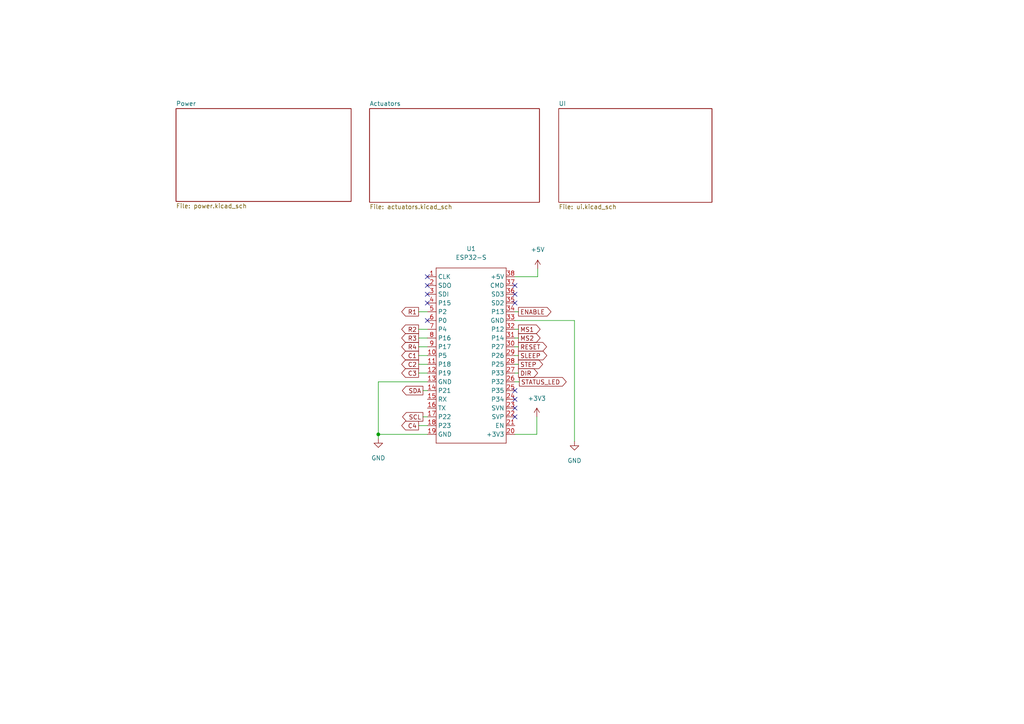
<source format=kicad_sch>
(kicad_sch (version 20211123) (generator eeschema)
  (paper "A4")
  (lib_symbols
    (symbol "Userlibrary:ESP32-S"
      (property "Reference" "U" (at 0 0 0))
      (property "Value" "ESP32-S" (at 0 0 0))
      (symbol "ESP32-S_0_1"
        (polyline (pts (xy -10.16 -25.4) (xy 10.16 -25.4)))
        (polyline (pts (xy -10.16 -22.86) (xy -10.16 -25.4)))
        (polyline (pts (xy -10.16 -22.86) (xy -10.16 25.4)))
        (polyline (pts (xy 10.16 -25.4) (xy 10.16 25.4)))
        (polyline (pts (xy 10.16 25.4) (xy -10.16 25.4)))
      )
      (symbol "ESP32-S_1_1"
        (pin input line (at -12.7 22.86 0) (length 2.54) (name "CLK") (number "1"))
        (pin bidirectional line (at -12.7 0 0) (length 2.54) (name "P5") (number "10"))
        (pin bidirectional line (at -12.7 -2.54 0) (length 2.54) (name "P18") (number "11"))
        (pin bidirectional line (at -12.7 -5.08 0) (length 2.54) (name "P19") (number "12"))
        (pin power_in line (at -12.7 -7.62 0) (length 2.54) (name "GND") (number "13"))
        (pin input line (at -12.7 -10.16 0) (length 2.54) (name "P21") (number "14"))
        (pin input line (at -12.7 -12.7 0) (length 2.54) (name "RX") (number "15"))
        (pin input line (at -12.7 -15.24 0) (length 2.54) (name "TX") (number "16"))
        (pin input line (at -12.7 -17.78 0) (length 2.54) (name "P22") (number "17"))
        (pin bidirectional line (at -12.7 -20.32 0) (length 2.54) (name "P23") (number "18"))
        (pin power_in line (at -12.7 -22.86 0) (length 2.54) (name "GND") (number "19"))
        (pin input line (at -12.7 20.32 0) (length 2.54) (name "SDO") (number "2"))
        (pin power_out line (at 12.7 -22.86 180) (length 2.54) (name "+3V3") (number "20"))
        (pin input line (at 12.7 -20.32 180) (length 2.54) (name "EN") (number "21"))
        (pin input line (at 12.7 -17.78 180) (length 2.54) (name "SVP") (number "22"))
        (pin input line (at 12.7 -15.24 180) (length 2.54) (name "SVN") (number "23"))
        (pin bidirectional line (at 12.7 -12.7 180) (length 2.54) (name "P34") (number "24"))
        (pin bidirectional line (at 12.7 -10.16 180) (length 2.54) (name "P35") (number "25"))
        (pin bidirectional line (at 12.7 -7.62 180) (length 2.54) (name "P32") (number "26"))
        (pin bidirectional line (at 12.7 -5.08 180) (length 2.54) (name "P33") (number "27"))
        (pin bidirectional line (at 12.7 -2.54 180) (length 2.54) (name "P25") (number "28"))
        (pin bidirectional line (at 12.7 0 180) (length 2.54) (name "P26") (number "29"))
        (pin input line (at -12.7 17.78 0) (length 2.54) (name "SDI") (number "3"))
        (pin bidirectional line (at 12.7 2.54 180) (length 2.54) (name "P27") (number "30"))
        (pin bidirectional line (at 12.7 5.08 180) (length 2.54) (name "P14") (number "31"))
        (pin bidirectional line (at 12.7 7.62 180) (length 2.54) (name "P12") (number "32"))
        (pin power_in line (at 12.7 10.16 180) (length 2.54) (name "GND") (number "33"))
        (pin bidirectional line (at 12.7 12.7 180) (length 2.54) (name "P13") (number "34"))
        (pin input line (at 12.7 15.24 180) (length 2.54) (name "SD2") (number "35"))
        (pin input line (at 12.7 17.78 180) (length 2.54) (name "SD3") (number "36"))
        (pin input line (at 12.7 20.32 180) (length 2.54) (name "CMD") (number "37"))
        (pin power_in line (at 12.7 22.86 180) (length 2.54) (name "+5V") (number "38"))
        (pin bidirectional line (at -12.7 15.24 0) (length 2.54) (name "P15") (number "4"))
        (pin bidirectional line (at -12.7 12.7 0) (length 2.54) (name "P2") (number "5"))
        (pin input line (at -12.7 10.16 0) (length 2.54) (name "P0") (number "6"))
        (pin bidirectional line (at -12.7 7.62 0) (length 2.54) (name "P4") (number "7"))
        (pin bidirectional line (at -12.7 5.08 0) (length 2.54) (name "P16") (number "8"))
        (pin bidirectional line (at -12.7 2.54 0) (length 2.54) (name "P17") (number "9"))
      )
    )
    (symbol "power:+3V3" (power) (pin_names (offset 0))
      (property "Value" "+3V3" (at 0 3.556 0))
      (symbol "+3V3_0_1"
        (polyline (pts (xy -0.762 1.27) (xy 0 2.54)))
        (polyline (pts (xy 0 0) (xy 0 2.54)))
        (polyline (pts (xy 0 2.54) (xy 0.762 1.27)))
      )
      (symbol "+3V3_1_1"
        (pin power_in line (at 0 0 90) (length 0) hide (name "+3V3") (number "1"))
      )
    )
    (symbol "power:+5V" (power) (pin_names (offset 0))
      (property "Value" "+5V" (at 0 3.556 0))
      (symbol "+5V_0_1"
        (polyline (pts (xy -0.762 1.27) (xy 0 2.54)))
        (polyline (pts (xy 0 0) (xy 0 2.54)))
        (polyline (pts (xy 0 2.54) (xy 0.762 1.27)))
      )
      (symbol "+5V_1_1"
        (pin power_in line (at 0 0 90) (length 0) hide (name "+5V") (number "1"))
      )
    )
    (symbol "power:GND" (power) (pin_names (offset 0))
      (property "Value" "GND" (at 0 -3.81 0))
      (symbol "GND_0_1"
        (polyline (pts (xy 0 0) (xy 0 -1.27) (xy 1.27 -1.27) (xy 0 -2.54) (xy -1.27 -1.27) (xy 0 -1.27)))
      )
      (symbol "GND_1_1"
        (pin power_in line (at 0 0 270) (length 0) hide (name "GND") (number "1"))
      )
    )
  )
  (junction (at 109.728 125.984))
  (no_connect (at 149.352 87.884))
  (no_connect (at 149.352 82.804))
  (no_connect (at 149.352 85.344))
  (no_connect (at 123.952 85.344))
  (no_connect (at 123.952 82.804))
  (no_connect (at 123.952 80.264))
  (no_connect (at 123.952 92.964))
  (no_connect (at 123.952 87.884))
  (no_connect (at 149.352 115.824))
  (no_connect (at 149.352 113.284))
  (no_connect (at 149.352 118.364))
  (no_connect (at 149.352 120.904))
  (wire (pts (xy 149.352 105.664) (xy 150.368 105.664)))
  (wire (pts (xy 155.956 80.264) (xy 155.956 77.978)))
  (wire (pts (xy 121.412 95.504) (xy 123.952 95.504)))
  (wire (pts (xy 149.352 108.204) (xy 150.368 108.204)))
  (wire (pts (xy 149.352 90.424) (xy 150.368 90.424)))
  (wire (pts (xy 123.952 110.744) (xy 109.728 110.744)))
  (wire (pts (xy 121.412 90.424) (xy 123.952 90.424)))
  (wire (pts (xy 121.412 100.584) (xy 123.952 100.584)))
  (wire (pts (xy 121.412 108.204) (xy 123.952 108.204)))
  (wire (pts (xy 166.624 128.016) (xy 166.624 92.964)))
  (wire (pts (xy 122.682 113.284) (xy 123.952 113.284)))
  (wire (pts (xy 149.352 80.264) (xy 155.956 80.264)))
  (wire (pts (xy 121.412 105.664) (xy 123.952 105.664)))
  (wire (pts (xy 121.412 123.444) (xy 123.952 123.444)))
  (wire (pts (xy 122.682 120.904) (xy 123.952 120.904)))
  (wire (pts (xy 149.352 110.744) (xy 150.622 110.744)))
  (wire (pts (xy 109.728 110.744) (xy 109.728 125.984)))
  (wire (pts (xy 149.352 100.584) (xy 150.368 100.584)))
  (wire (pts (xy 149.352 95.504) (xy 150.368 95.504)))
  (wire (pts (xy 123.952 125.984) (xy 109.728 125.984)))
  (wire (pts (xy 149.352 125.984) (xy 155.702 125.984)))
  (wire (pts (xy 121.412 103.124) (xy 123.952 103.124)))
  (wire (pts (xy 121.412 98.044) (xy 123.952 98.044)))
  (wire (pts (xy 149.352 103.124) (xy 150.368 103.124)))
  (wire (pts (xy 149.352 98.044) (xy 150.368 98.044)))
  (wire (pts (xy 149.352 92.964) (xy 166.624 92.964)))
  (wire (pts (xy 109.728 125.984) (xy 109.728 127.254)))
  (wire (pts (xy 155.702 120.904) (xy 155.702 125.984)))
  (global_label "C2" (shape output) (at 121.412 105.664 180) (property "Intersheet References" "${INTERSHEET_REFS}" (effects hide)))
  (global_label "C1" (shape output) (at 121.412 103.124 180) (property "Intersheet References" "${INTERSHEET_REFS}" (effects hide)))
  (global_label "C4" (shape output) (at 121.412 123.444 180) (property "Intersheet References" "${INTERSHEET_REFS}" (effects hide)))
  (global_label "ENABLE" (shape output) (at 150.368 90.424 0) (property "Intersheet References" "${INTERSHEET_REFS}" (effects hide)))
  (global_label "C3" (shape output) (at 121.412 108.204 180) (property "Intersheet References" "${INTERSHEET_REFS}" (effects hide)))
  (global_label "SDA" (shape output) (at 122.682 113.284 180) (property "Intersheet References" "${INTERSHEET_REFS}" (effects hide)))
  (global_label "MS2" (shape output) (at 150.368 98.044 0) (property "Intersheet References" "${INTERSHEET_REFS}" (effects hide)))
  (global_label "R2" (shape output) (at 121.412 95.504 180) (property "Intersheet References" "${INTERSHEET_REFS}" (effects hide)))
  (global_label "SLEEP" (shape output) (at 150.368 103.124 0) (property "Intersheet References" "${INTERSHEET_REFS}" (effects hide)))
  (global_label "SCL" (shape output) (at 122.682 120.904 180) (property "Intersheet References" "${INTERSHEET_REFS}" (effects hide)))
  (global_label "RESET" (shape output) (at 150.368 100.584 0) (property "Intersheet References" "${INTERSHEET_REFS}" (effects hide)))
  (global_label "MS1" (shape output) (at 150.368 95.504 0) (property "Intersheet References" "${INTERSHEET_REFS}" (effects hide)))
  (global_label "STATUS_LED" (shape output) (at 150.622 110.744 0) (property "Intersheet References" "${INTERSHEET_REFS}" (effects hide)))
  (global_label "STEP" (shape output) (at 150.368 105.664 0) (property "Intersheet References" "${INTERSHEET_REFS}" (effects hide)))
  (global_label "R4" (shape output) (at 121.412 100.584 180) (property "Intersheet References" "${INTERSHEET_REFS}" (effects hide)))
  (global_label "R3" (shape output) (at 121.412 98.044 180) (property "Intersheet References" "${INTERSHEET_REFS}" (effects hide)))
  (global_label "DIR" (shape output) (at 150.368 108.204 0) (property "Intersheet References" "${INTERSHEET_REFS}" (effects hide)))
  (global_label "R1" (shape output) (at 121.412 90.424 180) (property "Intersheet References" "${INTERSHEET_REFS}" (effects hide)))
  (symbol (lib_id "power:GND") (at 109.728 127.254 0) (unit 1)
    (property "Reference" "#PWR01" (effects hide))
    (property "Value" "GND" (at 109.728 132.842 0))
  )
  (symbol (lib_id "power:+5V") (at 155.956 77.978 0) (unit 1)
    (property "Reference" "#PWR03" (effects hide))
    (property "Value" "+5V" (at 155.956 72.39 0))
  )
  (symbol (lib_id "Userlibrary:ESP32-S") (at 136.652 103.124 0) (unit 1)
    (property "Reference" "U1" (at 136.652 72.136 0))
    (property "Value" "ESP32-S" (at 136.652 74.676 0))
    (property "Footprint" "UserLibrary:ESP32-S" (effects hide))
  )
  (symbol (lib_id "power:GND") (at 166.624 128.016 0) (unit 1)
    (property "Reference" "#PWR04" (effects hide))
    (property "Value" "GND" (at 166.624 133.604 0))
  )
  (symbol (lib_id "power:+3V3") (at 155.702 120.904 0) (unit 1)
    (property "Reference" "#PWR02" (effects hide))
    (property "Value" "+3V3" (at 155.702 115.57 0))
  )
  (sheet (at 107.188 31.496) (size 49.276 27.178) (stroke (width 0.1524))
    (property "Sheet name" "Actuators" (at 107.188 30.7844 0) (effects (justify left bottom)))
    (property "Sheet file" "actuators.kicad_sch" (at 107.188 59.2586 0) (effects (justify left top)))
  )
  (sheet (at 51.054 31.496) (size 50.8 26.924) (stroke (width 0.1524))
    (property "Sheet name" "Power" (at 51.054 30.7844 0) (effects (justify left bottom)))
    (property "Sheet file" "power.kicad_sch" (at 51.054 59.0046 0) (effects (justify left top)))
  )
  (sheet (at 162.052 31.496) (size 44.45 27.178) (stroke (width 0.1524))
    (property "Sheet name" "UI" (at 162.052 30.7844 0) (effects (justify left bottom)))
    (property "Sheet file" "ui.kicad_sch" (at 162.052 59.2586 0) (effects (justify left top)))
  )
)
</source>
